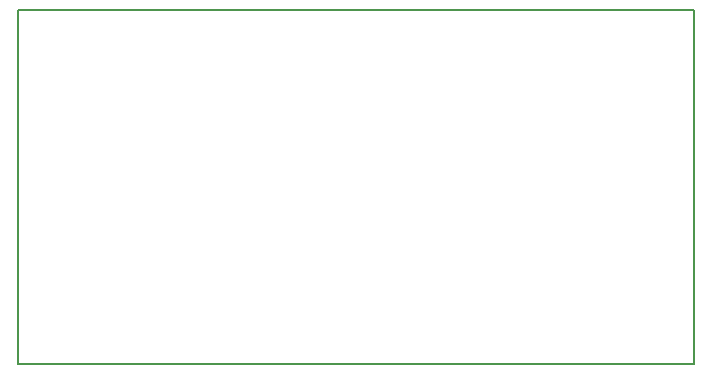
<source format=gbr>
G04 #@! TF.GenerationSoftware,KiCad,Pcbnew,(2017-05-18 revision 2a3a699)-master*
G04 #@! TF.CreationDate,2017-06-17T08:25:41+03:00*
G04 #@! TF.ProjectId,stm32f072c8tx_breakout,73746D333266303732633874785F6272,rev?*
G04 #@! TF.FileFunction,Profile,NP*
%FSLAX46Y46*%
G04 Gerber Fmt 4.6, Leading zero omitted, Abs format (unit mm)*
G04 Created by KiCad (PCBNEW (2017-05-18 revision 2a3a699)-master) date Sat Jun 17 08:25:41 2017*
%MOMM*%
%LPD*%
G01*
G04 APERTURE LIST*
%ADD10C,0.100000*%
%ADD11C,0.150000*%
G04 APERTURE END LIST*
D10*
D11*
X97750000Y-130000000D02*
X97750000Y-100000000D01*
X155000000Y-130000000D02*
X97750000Y-130000000D01*
X155000000Y-100000000D02*
X155000000Y-130000000D01*
X97750000Y-100000000D02*
X155000000Y-100000000D01*
M02*

</source>
